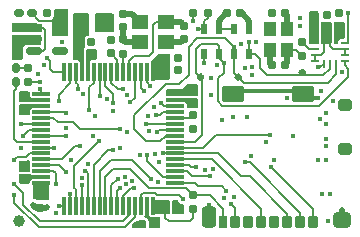
<source format=gbr>
%TF.GenerationSoftware,KiCad,Pcbnew,8.0.0*%
%TF.CreationDate,2024-09-22T12:37:06-04:00*%
%TF.ProjectId,MainBoard,4d61696e-426f-4617-9264-2e6b69636164,rev?*%
%TF.SameCoordinates,Original*%
%TF.FileFunction,Copper,L1,Top*%
%TF.FilePolarity,Positive*%
%FSLAX46Y46*%
G04 Gerber Fmt 4.6, Leading zero omitted, Abs format (unit mm)*
G04 Created by KiCad (PCBNEW 8.0.0) date 2024-09-22 12:37:06*
%MOMM*%
%LPD*%
G01*
G04 APERTURE LIST*
G04 Aperture macros list*
%AMRoundRect*
0 Rectangle with rounded corners*
0 $1 Rounding radius*
0 $2 $3 $4 $5 $6 $7 $8 $9 X,Y pos of 4 corners*
0 Add a 4 corners polygon primitive as box body*
4,1,4,$2,$3,$4,$5,$6,$7,$8,$9,$2,$3,0*
0 Add four circle primitives for the rounded corners*
1,1,$1+$1,$2,$3*
1,1,$1+$1,$4,$5*
1,1,$1+$1,$6,$7*
1,1,$1+$1,$8,$9*
0 Add four rect primitives between the rounded corners*
20,1,$1+$1,$2,$3,$4,$5,0*
20,1,$1+$1,$4,$5,$6,$7,0*
20,1,$1+$1,$6,$7,$8,$9,0*
20,1,$1+$1,$8,$9,$2,$3,0*%
G04 Aperture macros list end*
%TA.AperFunction,Conductor*%
%ADD10C,0.350000*%
%TD*%
%TA.AperFunction,SMDPad,CuDef*%
%ADD11RoundRect,0.155000X0.212500X0.155000X-0.212500X0.155000X-0.212500X-0.155000X0.212500X-0.155000X0*%
%TD*%
%TA.AperFunction,SMDPad,CuDef*%
%ADD12RoundRect,0.160000X0.160000X-0.197500X0.160000X0.197500X-0.160000X0.197500X-0.160000X-0.197500X0*%
%TD*%
%TA.AperFunction,SMDPad,CuDef*%
%ADD13RoundRect,0.160000X-0.222500X-0.160000X0.222500X-0.160000X0.222500X0.160000X-0.222500X0.160000X0*%
%TD*%
%TA.AperFunction,SMDPad,CuDef*%
%ADD14RoundRect,0.155000X-0.155000X0.212500X-0.155000X-0.212500X0.155000X-0.212500X0.155000X0.212500X0*%
%TD*%
%TA.AperFunction,SMDPad,CuDef*%
%ADD15RoundRect,0.160000X-0.160000X0.222500X-0.160000X-0.222500X0.160000X-0.222500X0.160000X0.222500X0*%
%TD*%
%TA.AperFunction,SMDPad,CuDef*%
%ADD16R,1.000000X1.150000*%
%TD*%
%TA.AperFunction,SMDPad,CuDef*%
%ADD17RoundRect,0.155000X0.155000X-0.212500X0.155000X0.212500X-0.155000X0.212500X-0.155000X-0.212500X0*%
%TD*%
%TA.AperFunction,SMDPad,CuDef*%
%ADD18R,0.550000X0.950000*%
%TD*%
%TA.AperFunction,SMDPad,CuDef*%
%ADD19RoundRect,0.155000X-0.212500X-0.155000X0.212500X-0.155000X0.212500X0.155000X-0.212500X0.155000X0*%
%TD*%
%TA.AperFunction,ComponentPad*%
%ADD20C,1.000000*%
%TD*%
%TA.AperFunction,SMDPad,CuDef*%
%ADD21R,0.675000X0.250000*%
%TD*%
%TA.AperFunction,SMDPad,CuDef*%
%ADD22R,0.250000X0.675000*%
%TD*%
%TA.AperFunction,SMDPad,CuDef*%
%ADD23RoundRect,0.212500X0.212500X0.337500X-0.212500X0.337500X-0.212500X-0.337500X0.212500X-0.337500X0*%
%TD*%
%TA.AperFunction,SMDPad,CuDef*%
%ADD24RoundRect,0.187500X0.187500X0.362500X-0.187500X0.362500X-0.187500X-0.362500X0.187500X-0.362500X0*%
%TD*%
%TA.AperFunction,SMDPad,CuDef*%
%ADD25RoundRect,0.250000X0.350000X0.250000X-0.350000X0.250000X-0.350000X-0.250000X0.350000X-0.250000X0*%
%TD*%
%TA.AperFunction,SMDPad,CuDef*%
%ADD26RoundRect,0.400000X0.375000X0.275000X-0.375000X0.275000X-0.375000X-0.275000X0.375000X-0.275000X0*%
%TD*%
%TA.AperFunction,SMDPad,CuDef*%
%ADD27RoundRect,0.250000X0.700000X0.425000X-0.700000X0.425000X-0.700000X-0.425000X0.700000X-0.425000X0*%
%TD*%
%TA.AperFunction,SMDPad,CuDef*%
%ADD28RoundRect,0.250000X0.335000X0.650000X-0.335000X0.650000X-0.335000X-0.650000X0.335000X-0.650000X0*%
%TD*%
%TA.AperFunction,SMDPad,CuDef*%
%ADD29RoundRect,0.250000X-0.275000X-0.350000X0.275000X-0.350000X0.275000X0.350000X-0.275000X0.350000X0*%
%TD*%
%TA.AperFunction,SMDPad,CuDef*%
%ADD30RoundRect,0.160000X-0.197500X-0.160000X0.197500X-0.160000X0.197500X0.160000X-0.197500X0.160000X0*%
%TD*%
%TA.AperFunction,SMDPad,CuDef*%
%ADD31RoundRect,0.150000X-0.512500X-0.150000X0.512500X-0.150000X0.512500X0.150000X-0.512500X0.150000X0*%
%TD*%
%TA.AperFunction,SMDPad,CuDef*%
%ADD32RoundRect,0.160000X-0.160000X0.197500X-0.160000X-0.197500X0.160000X-0.197500X0.160000X0.197500X0*%
%TD*%
%TA.AperFunction,SMDPad,CuDef*%
%ADD33R,1.400000X1.200000*%
%TD*%
%TA.AperFunction,SMDPad,CuDef*%
%ADD34RoundRect,0.075000X-0.075000X0.700000X-0.075000X-0.700000X0.075000X-0.700000X0.075000X0.700000X0*%
%TD*%
%TA.AperFunction,SMDPad,CuDef*%
%ADD35RoundRect,0.075000X-0.700000X0.075000X-0.700000X-0.075000X0.700000X-0.075000X0.700000X0.075000X0*%
%TD*%
%TA.AperFunction,ViaPad*%
%ADD36C,0.450000*%
%TD*%
%TA.AperFunction,Conductor*%
%ADD37C,0.500000*%
%TD*%
%TA.AperFunction,Conductor*%
%ADD38C,0.156500*%
%TD*%
%TA.AperFunction,Conductor*%
%ADD39C,0.300000*%
%TD*%
%TA.AperFunction,Conductor*%
%ADD40C,0.200000*%
%TD*%
G04 APERTURE END LIST*
%TO.N,/IMU_BARO/SCK*%
D10*
X110175000Y-79000000D02*
G75*
G02*
X109825000Y-79000000I-175000J0D01*
G01*
X109825000Y-79000000D02*
G75*
G02*
X110175000Y-79000000I175000J0D01*
G01*
%TO.N,/IMU_BARO/MOSI*%
X104775000Y-79400000D02*
G75*
G02*
X104425000Y-79400000I-175000J0D01*
G01*
X104425000Y-79400000D02*
G75*
G02*
X104775000Y-79400000I175000J0D01*
G01*
%TO.N,/IMU_BARO/MISO*%
X101575000Y-79400000D02*
G75*
G02*
X101225000Y-79400000I-175000J0D01*
G01*
X101225000Y-79400000D02*
G75*
G02*
X101575000Y-79400000I175000J0D01*
G01*
%TD*%
D11*
%TO.P,C15,1*%
%TO.N,Net-(U2-VCAP_2)*%
X97567500Y-91800000D03*
%TO.P,C15,2*%
%TO.N,GND*%
X96432500Y-91800000D03*
%TD*%
D12*
%TO.P,R9,1*%
%TO.N,+3V3*%
X100800000Y-90597500D03*
%TO.P,R9,2*%
%TO.N,/MCU/SDIO_D1*%
X100800000Y-89402500D03*
%TD*%
D13*
%TO.P,D1,1,K*%
%TO.N,Net-(D1-K)*%
X86000000Y-74000000D03*
%TO.P,D1,2,A*%
%TO.N,+3V3*%
X87145002Y-74000000D03*
%TD*%
D14*
%TO.P,C16,1*%
%TO.N,+3V3*%
X87800000Y-89332500D03*
%TO.P,C16,2*%
%TO.N,GND*%
X87800000Y-90467500D03*
%TD*%
D15*
%TO.P,D2,1,K*%
%TO.N,Net-(D2-K)*%
X85800000Y-78627499D03*
%TO.P,D2,2,A*%
%TO.N,Net-(D2-A)*%
X85800000Y-79772501D03*
%TD*%
D16*
%TO.P,U6,1,Tri-State*%
%TO.N,unconnected-(U6-Tri-State-Pad1)*%
X107300000Y-75325000D03*
%TO.P,U6,2,GND*%
%TO.N,GND*%
X107300000Y-77075000D03*
%TO.P,U6,3,OUT*%
%TO.N,Net-(U6-OUT)*%
X108700000Y-77075000D03*
%TO.P,U6,4,VDD*%
%TO.N,+3V3*%
X108700000Y-75325000D03*
%TD*%
D17*
%TO.P,C12,1*%
%TO.N,Net-(C12-Pad1)*%
X94800000Y-75167500D03*
%TO.P,C12,2*%
%TO.N,GND*%
X94800000Y-74032500D03*
%TD*%
D18*
%TO.P,U4,1,VDD*%
%TO.N,+3V3*%
X105475000Y-75325000D03*
%TO.P,U4,2,PS*%
%TO.N,GND*%
X104225000Y-75325000D03*
%TO.P,U4,3,GND*%
X102975000Y-75325000D03*
%TO.P,U4,4,CSB*%
%TO.N,/IMU_BARO/BARO_CS*%
X101725000Y-75325000D03*
%TO.P,U4,5,CSB*%
X101725000Y-77475000D03*
%TO.P,U4,6,SDO*%
%TO.N,/IMU_BARO/MISO*%
X102975000Y-77475000D03*
%TO.P,U4,7,SDI/SDA*%
%TO.N,/IMU_BARO/MOSI*%
X104225000Y-77475000D03*
%TO.P,U4,8,SCLK*%
%TO.N,/IMU_BARO/SCK*%
X105475000Y-77475000D03*
%TD*%
D19*
%TO.P,C5,1*%
%TO.N,+3V3*%
X110970000Y-74100000D03*
%TO.P,C5,2*%
%TO.N,GND*%
X112105000Y-74100000D03*
%TD*%
D20*
%TO.P,TP1,1,1*%
%TO.N,GND*%
X86000000Y-91600000D03*
%TD*%
D21*
%TO.P,U3,1,SDO/AD0*%
%TO.N,/IMU_BARO/MISO*%
X113600000Y-78000000D03*
%TO.P,U3,2,RESV*%
%TO.N,GND*%
X113600000Y-77500000D03*
%TO.P,U3,3,RESV*%
X113600000Y-77000000D03*
%TO.P,U3,4,INT1/INT*%
%TO.N,unconnected-(U3-INT1{slash}INT-Pad4)*%
X113600000Y-76500000D03*
D22*
%TO.P,U3,5,VDDIO*%
%TO.N,+3V3*%
X112837500Y-76237500D03*
%TO.P,U3,6,GND*%
%TO.N,GND*%
X112337500Y-76237499D03*
%TO.P,U3,7,RESV*%
X111837500Y-76237500D03*
D21*
%TO.P,U3,8,VDD*%
%TO.N,+3V3*%
X111075000Y-76500000D03*
%TO.P,U3,9,INT2/FSYNC/CLKIN*%
%TO.N,Net-(U3-INT2{slash}FSYNC{slash}CLKIN)*%
X111075000Y-77000000D03*
%TO.P,U3,10,RESV*%
%TO.N,GND*%
X111075000Y-77500000D03*
%TO.P,U3,11,RESV*%
X111075000Y-78000000D03*
D22*
%TO.P,U3,12,CS*%
%TO.N,/IMU_BARO/IMU_CS*%
X111837500Y-78262500D03*
%TO.P,U3,13,SCL/SCLK*%
%TO.N,/IMU_BARO/SCK*%
X112337500Y-78262501D03*
%TO.P,U3,14,SDA/SDIO/SDI*%
%TO.N,/IMU_BARO/MOSI*%
X112837500Y-78262500D03*
%TD*%
D23*
%TO.P,J1,1,DAT2*%
%TO.N,/MCU/SDIO_D2*%
X110960000Y-91625000D03*
%TO.P,J1,2,DAT3/CD*%
%TO.N,/MCU/SDIO_D3*%
X109860000Y-91625000D03*
%TO.P,J1,3,CMD*%
%TO.N,/MCU/SDIO_CMD*%
X108760000Y-91625000D03*
%TO.P,J1,4,VDD*%
%TO.N,+3V3*%
X107660000Y-91625000D03*
%TO.P,J1,5,CLK*%
%TO.N,/MCU/SDIO_CK*%
X106560000Y-91625000D03*
%TO.P,J1,6,VSS*%
%TO.N,GND*%
X105460000Y-91625000D03*
%TO.P,J1,7,DAT0*%
%TO.N,/MCU/SDIO_D0*%
X104360000Y-91625000D03*
D24*
%TO.P,J1,8,DAT1*%
%TO.N,/MCU/SDIO_D1*%
X103310000Y-91625000D03*
D25*
%TO.P,J1,9,DET_B*%
%TO.N,unconnected-(J1-DET_B-Pad9)*%
X113595000Y-85475000D03*
%TO.P,J1,10,DET_A*%
%TO.N,unconnected-(J1-DET_A-Pad10)*%
X113595000Y-81775000D03*
D26*
%TO.P,J1,11,SHIELD*%
%TO.N,GND*%
X113420000Y-91500000D03*
D27*
X110095000Y-80800000D03*
X104125000Y-80800000D03*
D28*
X102100000Y-91275000D03*
%TD*%
D29*
%TO.P,FB1,1*%
%TO.N,Net-(U2-VDDA)*%
X91250000Y-74800000D03*
%TO.P,FB1,2*%
%TO.N,+3V3*%
X93550000Y-74800000D03*
%TD*%
D11*
%TO.P,C6,1*%
%TO.N,+3V3*%
X89567500Y-74000000D03*
%TO.P,C6,2*%
%TO.N,GND*%
X88432500Y-74000000D03*
%TD*%
D12*
%TO.P,R3,1*%
%TO.N,/MCU/HSE_OUT*%
X94800000Y-77397500D03*
%TO.P,R3,2*%
%TO.N,Net-(C12-Pad1)*%
X94800000Y-76202500D03*
%TD*%
D17*
%TO.P,C24,1*%
%TO.N,+3V3*%
X113137500Y-75135000D03*
%TO.P,C24,2*%
%TO.N,GND*%
X113137500Y-74000000D03*
%TD*%
D14*
%TO.P,C17,1*%
%TO.N,+3V3*%
X100800000Y-80432500D03*
%TO.P,C17,2*%
%TO.N,GND*%
X100800000Y-81567500D03*
%TD*%
D11*
%TO.P,C23,1*%
%TO.N,+3V3*%
X104767500Y-74000000D03*
%TO.P,C23,2*%
%TO.N,GND*%
X103632500Y-74000000D03*
%TD*%
D30*
%TO.P,R12,1*%
%TO.N,+3V3*%
X100802500Y-74000000D03*
%TO.P,R12,2*%
%TO.N,/IMU_BARO/BARO_CS*%
X101997500Y-74000000D03*
%TD*%
D19*
%TO.P,C8,1*%
%TO.N,+3V3*%
X98332500Y-77800000D03*
%TO.P,C8,2*%
%TO.N,GND*%
X99467500Y-77800000D03*
%TD*%
D14*
%TO.P,C10,1*%
%TO.N,/MCU/HSE_IN*%
X100000000Y-75032500D03*
%TO.P,C10,2*%
%TO.N,GND*%
X100000000Y-76167500D03*
%TD*%
%TO.P,C3,1*%
%TO.N,+5V*%
X85800000Y-75232500D03*
%TO.P,C3,2*%
%TO.N,GND*%
X85800000Y-76367500D03*
%TD*%
D19*
%TO.P,C18,1*%
%TO.N,Net-(U2-VDDA)*%
X91032500Y-77432501D03*
%TO.P,C18,2*%
%TO.N,GND*%
X92167500Y-77432501D03*
%TD*%
D31*
%TO.P,U1,1,IN*%
%TO.N,+5V*%
X87262500Y-75250000D03*
%TO.P,U1,2,GND*%
%TO.N,GND*%
X87262500Y-76200000D03*
%TO.P,U1,3,EN*%
%TO.N,+5V*%
X87262500Y-77150000D03*
%TO.P,U1,4,NC*%
%TO.N,unconnected-(U1-NC-Pad4)*%
X89537500Y-77150000D03*
%TO.P,U1,5,OUT*%
%TO.N,+3V3*%
X89537500Y-75250000D03*
%TD*%
D32*
%TO.P,R1,1*%
%TO.N,/Connectors/BOOT0*%
X100800000Y-82602500D03*
%TO.P,R1,2*%
%TO.N,GND*%
X100800000Y-83797500D03*
%TD*%
D33*
%TO.P,Y1,1,1*%
%TO.N,/MCU/HSE_IN*%
X98500000Y-74750000D03*
%TO.P,Y1,2,2*%
%TO.N,GND*%
X96300000Y-74750000D03*
%TO.P,Y1,3,3*%
%TO.N,Net-(C12-Pad1)*%
X96300000Y-76450000D03*
%TO.P,Y1,4,4*%
%TO.N,GND*%
X98500000Y-76450000D03*
%TD*%
D17*
%TO.P,C13,1*%
%TO.N,Net-(U2-VCAP_1)*%
X86400000Y-87967500D03*
%TO.P,C13,2*%
%TO.N,GND*%
X86400000Y-86832500D03*
%TD*%
D11*
%TO.P,C20,1*%
%TO.N,+3V3*%
X108567500Y-74000000D03*
%TO.P,C20,2*%
%TO.N,GND*%
X107432500Y-74000000D03*
%TD*%
D19*
%TO.P,C11,1*%
%TO.N,+3V3*%
X98432500Y-90567500D03*
%TO.P,C11,2*%
%TO.N,GND*%
X99567500Y-90567500D03*
%TD*%
%TO.P,C19,1*%
%TO.N,Net-(U2-VDDA)*%
X91032500Y-76400000D03*
%TO.P,C19,2*%
%TO.N,GND*%
X92167500Y-76400000D03*
%TD*%
D17*
%TO.P,C1,1*%
%TO.N,/Connectors/NRST*%
X93800000Y-77367500D03*
%TO.P,C1,2*%
%TO.N,GND*%
X93800000Y-76232500D03*
%TD*%
D32*
%TO.P,R4,1*%
%TO.N,Net-(D2-K)*%
X86800000Y-78602500D03*
%TO.P,R4,2*%
%TO.N,GND*%
X86800000Y-79797500D03*
%TD*%
D17*
%TO.P,C14,1*%
%TO.N,+3V3*%
X86400000Y-82167500D03*
%TO.P,C14,2*%
%TO.N,GND*%
X86400000Y-81032500D03*
%TD*%
D19*
%TO.P,C9,1*%
%TO.N,+3V3*%
X98332500Y-78800000D03*
%TO.P,C9,2*%
%TO.N,GND*%
X99467500Y-78800000D03*
%TD*%
D34*
%TO.P,U2,1,VBAT*%
%TO.N,+3V3*%
X97350000Y-78925000D03*
%TO.P,U2,2,PC13*%
%TO.N,/IMU_BARO/MAG_CS*%
X96850000Y-78925000D03*
%TO.P,U2,3,PC14*%
%TO.N,/IMU_BARO/BARO_CS*%
X96350000Y-78925000D03*
%TO.P,U2,4,PC15*%
%TO.N,/IMU_BARO/IMU_CS*%
X95850000Y-78925000D03*
%TO.P,U2,5,PH0*%
%TO.N,/MCU/HSE_IN*%
X95350000Y-78925000D03*
%TO.P,U2,6,PH1*%
%TO.N,/MCU/HSE_OUT*%
X94850000Y-78925000D03*
%TO.P,U2,7,NRST*%
%TO.N,/Connectors/NRST*%
X94350000Y-78925000D03*
%TO.P,U2,8,PC0*%
%TO.N,/Connectors/PC0*%
X93850000Y-78925000D03*
%TO.P,U2,9,PC1*%
%TO.N,/Connectors/PC1*%
X93350000Y-78925000D03*
%TO.P,U2,10,PC2*%
%TO.N,/Connectors/PC2*%
X92850000Y-78925000D03*
%TO.P,U2,11,PC3*%
%TO.N,/Connectors/PC3*%
X92350000Y-78925000D03*
%TO.P,U2,12,VSSA*%
%TO.N,GND*%
X91850000Y-78925000D03*
%TO.P,U2,13,VDDA*%
%TO.N,Net-(U2-VDDA)*%
X91350000Y-78925000D03*
%TO.P,U2,14,PA0*%
%TO.N,/Connectors/PA0*%
X90850000Y-78925000D03*
%TO.P,U2,15,PA1*%
%TO.N,/Connectors/PA1*%
X90350000Y-78925000D03*
%TO.P,U2,16,PA2*%
%TO.N,/Connectors/PA2*%
X89850000Y-78925000D03*
D35*
%TO.P,U2,17,PA3*%
%TO.N,/Connectors/PA3*%
X87925000Y-80850000D03*
%TO.P,U2,18,VSS*%
%TO.N,GND*%
X87925000Y-81350000D03*
%TO.P,U2,19,VDD*%
%TO.N,+3V3*%
X87925000Y-81850000D03*
%TO.P,U2,20,PA4*%
%TO.N,/Connectors/PA4*%
X87925000Y-82350000D03*
%TO.P,U2,21,PA5*%
%TO.N,/IMU_BARO/SCK*%
X87925000Y-82850000D03*
%TO.P,U2,22,PA6*%
%TO.N,/Connectors/PA6*%
X87925000Y-83350000D03*
%TO.P,U2,23,PA7*%
%TO.N,/Connectors/PA7*%
X87925000Y-83850000D03*
%TO.P,U2,24,PC4*%
%TO.N,/Connectors/PC4*%
X87925000Y-84350000D03*
%TO.P,U2,25,PC5*%
%TO.N,Net-(D2-A)*%
X87925000Y-84850000D03*
%TO.P,U2,26,PB0*%
%TO.N,/Connectors/PB0*%
X87925000Y-85350000D03*
%TO.P,U2,27,PB1*%
%TO.N,/Connectors/PB1*%
X87925000Y-85850000D03*
%TO.P,U2,28,PB2*%
%TO.N,/Connectors/PB2{slash}BOOT1*%
X87925000Y-86350000D03*
%TO.P,U2,29,PB10*%
%TO.N,/Connectors/PB10*%
X87925000Y-86850000D03*
%TO.P,U2,30,PB11*%
%TO.N,/Connectors/PB11*%
X87925000Y-87350000D03*
%TO.P,U2,31,VCAP_1*%
%TO.N,Net-(U2-VCAP_1)*%
X87925000Y-87850000D03*
%TO.P,U2,32,VDD*%
%TO.N,+3V3*%
X87925000Y-88350000D03*
D34*
%TO.P,U2,33,PB12*%
%TO.N,/Connectors/PB12*%
X89850000Y-90275000D03*
%TO.P,U2,34,PB13*%
%TO.N,/Connectors/PB13*%
X90350000Y-90275000D03*
%TO.P,U2,35,PB14*%
%TO.N,/Connectors/PB14*%
X90850000Y-90275000D03*
%TO.P,U2,36,PB15*%
%TO.N,/Connectors/PB15*%
X91350000Y-90275000D03*
%TO.P,U2,37,PC6*%
%TO.N,/Connectors/PC6*%
X91850000Y-90275000D03*
%TO.P,U2,38,PC7*%
%TO.N,/Connectors/PC7*%
X92350000Y-90275000D03*
%TO.P,U2,39,PC8*%
%TO.N,/MCU/SDIO_D0*%
X92850000Y-90275000D03*
%TO.P,U2,40,PC9*%
%TO.N,/MCU/SDIO_D1*%
X93350000Y-90275000D03*
%TO.P,U2,41,PA8*%
%TO.N,/Connectors/PA8*%
X93850000Y-90275000D03*
%TO.P,U2,42,PA9*%
%TO.N,/Connectors/PA9*%
X94350000Y-90275000D03*
%TO.P,U2,43,PA10*%
%TO.N,/Connectors/PA10*%
X94850000Y-90275000D03*
%TO.P,U2,44,PA11*%
%TO.N,/Connectors/USB_D-*%
X95350000Y-90275000D03*
%TO.P,U2,45,PA12*%
%TO.N,/Connectors/USB_D+*%
X95850000Y-90275000D03*
%TO.P,U2,46,PA13*%
%TO.N,/Connectors/SWDIO*%
X96350000Y-90275000D03*
%TO.P,U2,47,VCAP_2*%
%TO.N,Net-(U2-VCAP_2)*%
X96850000Y-90275000D03*
%TO.P,U2,48,VDD*%
%TO.N,+3V3*%
X97350000Y-90275000D03*
D35*
%TO.P,U2,49,PA14*%
%TO.N,/Connectors/SWCLK*%
X99275000Y-88350000D03*
%TO.P,U2,50,PA15*%
%TO.N,/Connectors/PA15*%
X99275000Y-87850000D03*
%TO.P,U2,51,PC10*%
%TO.N,/MCU/SDIO_D2*%
X99275000Y-87350000D03*
%TO.P,U2,52,PC11*%
%TO.N,/MCU/SDIO_D3*%
X99275000Y-86850000D03*
%TO.P,U2,53,PC12*%
%TO.N,/MCU/SDIO_CK*%
X99275000Y-86350000D03*
%TO.P,U2,54,PD2*%
%TO.N,/MCU/SDIO_CMD*%
X99275000Y-85850000D03*
%TO.P,U2,55,PB3*%
%TO.N,/Connectors/SWO*%
X99275000Y-85350000D03*
%TO.P,U2,56,PB4*%
%TO.N,/IMU_BARO/MISO*%
X99275000Y-84850000D03*
%TO.P,U2,57,PB5*%
%TO.N,/IMU_BARO/MOSI*%
X99275000Y-84350000D03*
%TO.P,U2,58,PB6*%
%TO.N,/Connectors/PB6*%
X99275000Y-83850000D03*
%TO.P,U2,59,PB7*%
%TO.N,/Connectors/PB7*%
X99275000Y-83350000D03*
%TO.P,U2,60,BOOT0*%
%TO.N,/Connectors/BOOT0*%
X99275000Y-82850000D03*
%TO.P,U2,61,PB8*%
%TO.N,/Connectors/PB8*%
X99275000Y-82350000D03*
%TO.P,U2,62,PB9*%
%TO.N,/Connectors/PB9*%
X99275000Y-81850000D03*
%TO.P,U2,63,VSS*%
%TO.N,GND*%
X99275000Y-81350000D03*
%TO.P,U2,64,VDD*%
%TO.N,+3V3*%
X99275000Y-80850000D03*
%TD*%
D32*
%TO.P,R14,1*%
%TO.N,Net-(U3-INT2{slash}FSYNC{slash}CLKIN)*%
X110000000Y-76402500D03*
%TO.P,R14,2*%
%TO.N,Net-(U6-OUT)*%
X110000000Y-77597500D03*
%TD*%
D19*
%TO.P,C22,1*%
%TO.N,+3V3*%
X110970000Y-75100000D03*
%TO.P,C22,2*%
%TO.N,GND*%
X112105000Y-75100000D03*
%TD*%
D11*
%TO.P,C21,1*%
%TO.N,Net-(U6-OUT)*%
X108567500Y-78400000D03*
%TO.P,C21,2*%
%TO.N,GND*%
X107432500Y-78400000D03*
%TD*%
D36*
%TO.N,GND*%
X93989084Y-82249380D03*
X91925000Y-77853135D03*
X108800000Y-80550000D03*
X85625000Y-77075002D03*
X89700000Y-76400000D03*
X92216759Y-77371642D03*
X103200000Y-83000000D03*
X91346750Y-87899997D03*
X101764206Y-87297024D03*
X102783353Y-78405549D03*
X86338402Y-81075002D03*
X112200000Y-75664038D03*
X89168602Y-90882419D03*
X112051286Y-85251284D03*
X97487124Y-81959873D03*
X100892577Y-81567500D03*
X112105000Y-74100000D03*
X86866966Y-81275000D03*
X92167500Y-76400000D03*
X100349946Y-81442243D03*
X92330284Y-84350700D03*
X104857886Y-76604140D03*
X95033925Y-87856326D03*
X113137500Y-74000000D03*
X107432500Y-74000000D03*
X105657286Y-86105819D03*
X97003549Y-83967311D03*
X100800000Y-83800000D03*
X95640682Y-88159423D03*
X96957918Y-82700047D03*
X95188331Y-80921250D03*
X96248758Y-85994617D03*
X95196019Y-84059353D03*
X113420000Y-90600000D03*
X111377404Y-81177404D03*
X88168791Y-78354958D03*
X99400000Y-76450000D03*
X99467500Y-77800000D03*
X86175000Y-77075002D03*
X92459621Y-82659621D03*
X86200003Y-77600000D03*
X93461391Y-81222160D03*
X90000000Y-83724998D03*
X86730913Y-87199969D03*
X112349890Y-89287899D03*
X99345000Y-90046038D03*
X87805549Y-79783353D03*
X113369947Y-78918350D03*
X95860819Y-91975000D03*
X102975000Y-74600000D03*
X111349997Y-86400000D03*
X104216647Y-89503250D03*
X102439522Y-87195738D03*
X85625000Y-77600000D03*
X87200000Y-90233032D03*
X107605549Y-86383353D03*
X97800000Y-88255852D03*
X95400000Y-74032500D03*
X91855109Y-86706991D03*
X105797685Y-78521526D03*
X112582517Y-81395589D03*
X107294148Y-77794148D03*
X103394451Y-89616647D03*
X102300000Y-79500000D03*
X105330852Y-82780852D03*
X95130032Y-88423743D03*
X94616647Y-85394451D03*
X112105000Y-75100000D03*
X105441938Y-91618500D03*
X93800000Y-76232500D03*
X111540379Y-82940379D03*
X88367500Y-90400000D03*
X91459621Y-80859621D03*
X99467500Y-78800000D03*
X90400000Y-86400000D03*
X106125003Y-76400000D03*
X102100000Y-90200000D03*
X88400000Y-74000000D03*
X106965577Y-84857372D03*
X97538678Y-85906007D03*
X109800000Y-74400000D03*
%TO.N,+5V*%
X85800000Y-75232500D03*
X87600000Y-75250000D03*
X86400000Y-75250000D03*
X87024997Y-75250000D03*
%TO.N,+3V3*%
X87825002Y-89400000D03*
X89200000Y-75250000D03*
X98332500Y-78800000D03*
X105150000Y-78600000D03*
X105475000Y-74600000D03*
X100200000Y-80600000D03*
X97800000Y-79200000D03*
X107660000Y-91618500D03*
X108700000Y-74500000D03*
X113137500Y-75135000D03*
X100800000Y-74600000D03*
X111000000Y-75800000D03*
X97800000Y-78400000D03*
X92800000Y-74400000D03*
X97885504Y-86600000D03*
X89200000Y-74600000D03*
X104150000Y-82800000D03*
X113192630Y-75800000D03*
X86400000Y-82167500D03*
X98000000Y-90032500D03*
X89800000Y-74600000D03*
X98332500Y-77800000D03*
X88000000Y-88800000D03*
X92800000Y-75200000D03*
X93550000Y-74800000D03*
X111000000Y-74600000D03*
X89800000Y-75250000D03*
X100800000Y-80432500D03*
X112195000Y-91600000D03*
%TO.N,Net-(D1-K)*%
X86000000Y-74000000D03*
%TO.N,/IMU_BARO/BARO_CS*%
X101200000Y-75325000D03*
X101725000Y-78200000D03*
X96600000Y-80600000D03*
%TO.N,/Connectors/USB_D-*%
X85625000Y-88400000D03*
%TO.N,/Connectors/USB_D+*%
X85625000Y-89400000D03*
%TO.N,/IMU_BARO/MOSI*%
X104225000Y-76800000D03*
%TO.N,/IMU_BARO/IMU_CS*%
X95451172Y-81515740D03*
X111362501Y-78550002D03*
%TO.N,/IMU_BARO/SCK*%
X105475000Y-76400000D03*
X94600000Y-83800000D03*
%TO.N,/IMU_BARO/MISO*%
X103400000Y-78200000D03*
%TO.N,/MCU/SDIO_D3*%
X105193500Y-86606500D03*
X101000000Y-87000000D03*
%TO.N,/MCU/SDIO_D2*%
X102200000Y-87800000D03*
X107400000Y-87000000D03*
X110960000Y-91625000D03*
%TO.N,/MCU/SDIO_CMD*%
X98186315Y-85850602D03*
%TO.N,/MCU/SDIO_D0*%
X97200000Y-88000000D03*
X103988080Y-90132738D03*
%TO.N,/Connectors/PB11*%
X89124740Y-88447253D03*
%TO.N,/Connectors/PB10*%
X90000000Y-87400000D03*
%TO.N,/Connectors/PB2{slash}BOOT1*%
X112000000Y-82400000D03*
X91200000Y-85200000D03*
%TO.N,/Connectors/PB1*%
X85625000Y-86400000D03*
%TO.N,/Connectors/PB0*%
X89000000Y-85400000D03*
%TO.N,/Connectors/PC4*%
X90000000Y-84400000D03*
%TO.N,/Connectors/PA7*%
X86349749Y-84346750D03*
%TO.N,/Connectors/PA6*%
X86200000Y-83400000D03*
%TO.N,/Connectors/PA4*%
X90000000Y-82400000D03*
%TO.N,/Connectors/PA1*%
X89400000Y-81400000D03*
%TO.N,/Connectors/PA3*%
X87799700Y-80433330D03*
%TO.N,/Connectors/PA2*%
X88383243Y-77741351D03*
%TO.N,/Connectors/PA0*%
X91000000Y-80400000D03*
%TO.N,/Connectors/PC3*%
X92000000Y-82200000D03*
X86200000Y-85400000D03*
%TO.N,/Connectors/PC2*%
X92850000Y-81001470D03*
%TO.N,/Connectors/PC1*%
X87637631Y-79151088D03*
X94017509Y-81600000D03*
%TO.N,/Connectors/NRST*%
X93800000Y-77367500D03*
%TO.N,/Connectors/PC0*%
X94800000Y-80400000D03*
%TO.N,/Connectors/PB9*%
X98023659Y-81583230D03*
%TO.N,/Connectors/PB8*%
X97600000Y-82600000D03*
X105800011Y-79171524D03*
%TO.N,/Connectors/PB7*%
X109800000Y-75050003D03*
X96800000Y-83350001D03*
%TO.N,/Connectors/PB6*%
X97692272Y-84054232D03*
X108718143Y-81194828D03*
%TO.N,/Connectors/SWO*%
X107300000Y-84300000D03*
%TO.N,/Connectors/PA15*%
X96898350Y-86017737D03*
%TO.N,/Connectors/SWCLK*%
X112000000Y-83400000D03*
X103600000Y-89000000D03*
%TO.N,/Connectors/SWDIO*%
X99904133Y-89714567D03*
X109200000Y-84400000D03*
%TO.N,/Connectors/PA10*%
X111990867Y-84600000D03*
X95800000Y-88800000D03*
%TO.N,/Connectors/PA9*%
X94600000Y-88800000D03*
X112000000Y-86400000D03*
%TO.N,/Connectors/BOOT0*%
X100800000Y-82602500D03*
%TO.N,/Connectors/PA8*%
X94400000Y-88000000D03*
X111700000Y-89300000D03*
%TO.N,/Connectors/PC7*%
X94000000Y-85600000D03*
%TO.N,/Connectors/PC6*%
X91640453Y-87320133D03*
%TO.N,/Connectors/PB15*%
X91346750Y-88550000D03*
%TO.N,/Connectors/PB14*%
X92800000Y-84800000D03*
X111611215Y-80570909D03*
%TO.N,/Connectors/PB13*%
X90346750Y-89294692D03*
%TO.N,/Connectors/PB12*%
X89400000Y-90275000D03*
%TO.N,/IMU_BARO/MAG_CS*%
X97124122Y-80102877D03*
X102296875Y-80906375D03*
%TO.N,unconnected-(U3-INT1{slash}INT-Pad4)*%
X113872500Y-74002886D03*
%TD*%
D37*
%TO.N,GND*%
X103575000Y-74000000D02*
X103632500Y-74000000D01*
D38*
X112337500Y-76237499D02*
X112337500Y-76756500D01*
X102975000Y-75325000D02*
X104225000Y-75325000D01*
D37*
X102975000Y-74600000D02*
X103575000Y-74000000D01*
X113420000Y-90600000D02*
X113420000Y-91500000D01*
X87434468Y-90467500D02*
X87800000Y-90467500D01*
X107300000Y-78267500D02*
X107432500Y-78400000D01*
D38*
X87805549Y-79783353D02*
X87791402Y-79797500D01*
D39*
X110472404Y-81177404D02*
X110095000Y-80800000D01*
D38*
X111837500Y-76237500D02*
X111837500Y-77256500D01*
D37*
X94800000Y-74032500D02*
X95400000Y-74032500D01*
D40*
X92167500Y-77432501D02*
X92167500Y-77420901D01*
D39*
X91850000Y-77928135D02*
X91850000Y-78925000D01*
X109920000Y-80550000D02*
X110170000Y-80800000D01*
D37*
X87200000Y-90233032D02*
X87434468Y-90467500D01*
D38*
X87791402Y-79797500D02*
X86800000Y-79797500D01*
D39*
X86866966Y-81275000D02*
X86941966Y-81350000D01*
D37*
X102975000Y-75325000D02*
X102975000Y-74600000D01*
X87800000Y-90467500D02*
X88300000Y-90467500D01*
D40*
X86400000Y-81032500D02*
X86380904Y-81032500D01*
D37*
X107300000Y-77075000D02*
X107300000Y-78267500D01*
X95400000Y-74032500D02*
X95582500Y-74032500D01*
D38*
X111075000Y-78000000D02*
X111075000Y-77500000D01*
D40*
X92167500Y-77420901D02*
X92216759Y-77371642D01*
D39*
X108800000Y-80550000D02*
X109920000Y-80550000D01*
D38*
X111594000Y-77500000D02*
X111075000Y-77500000D01*
X99367500Y-78800000D02*
X99467500Y-78800000D01*
D40*
X100800000Y-81567500D02*
X100892577Y-81567500D01*
D38*
X111837500Y-77256500D02*
X111594000Y-77500000D01*
X113600000Y-77000000D02*
X113600000Y-77500000D01*
D37*
X99717500Y-76450000D02*
X100000000Y-76167500D01*
D39*
X104450000Y-80550000D02*
X104200000Y-80800000D01*
X111377404Y-81177404D02*
X110472404Y-81177404D01*
X108800000Y-80550000D02*
X104450000Y-80550000D01*
X102100000Y-90200000D02*
X102100000Y-91275000D01*
D37*
X95582500Y-74032500D02*
X96300000Y-74750000D01*
D39*
X91925000Y-77853135D02*
X91850000Y-77928135D01*
D38*
X112581000Y-77000000D02*
X113600000Y-77000000D01*
D40*
X86380904Y-81032500D02*
X86338402Y-81075002D01*
D37*
X98500000Y-76450000D02*
X99717500Y-76450000D01*
X88300000Y-90467500D02*
X88367500Y-90400000D01*
D39*
X86941966Y-81350000D02*
X87925000Y-81350000D01*
D38*
X112337500Y-76756500D02*
X112581000Y-77000000D01*
D40*
%TO.N,+5V*%
X88225000Y-75425000D02*
X88225000Y-76975000D01*
X88050000Y-77150000D02*
X87253126Y-77150000D01*
X88050000Y-75250000D02*
X88225000Y-75425000D01*
X88225000Y-76975000D02*
X88050000Y-77150000D01*
X87600000Y-75250000D02*
X88050000Y-75250000D01*
D38*
X87024997Y-75250000D02*
X87262500Y-75250000D01*
X87262500Y-75250000D02*
X87600000Y-75250000D01*
D40*
X87253126Y-77150000D02*
X87200000Y-77203126D01*
D37*
X85752500Y-75270626D02*
X85752500Y-75270628D01*
D38*
%TO.N,+3V3*%
X87800000Y-89332500D02*
X87800000Y-89374998D01*
X100800000Y-90597500D02*
X100800000Y-91300000D01*
D37*
X89514999Y-74020001D02*
X89535000Y-73999999D01*
X105475000Y-74600000D02*
X104875000Y-74000000D01*
D39*
X113137500Y-75017500D02*
X113137500Y-75017500D01*
D37*
X108700000Y-74500000D02*
X108700000Y-75325000D01*
D38*
X100800000Y-91300000D02*
X100500000Y-91600000D01*
D37*
X105475000Y-74600000D02*
X105475000Y-75325000D01*
X104875000Y-74000000D02*
X104767500Y-74000000D01*
D38*
X89200000Y-74600000D02*
X87745002Y-74600000D01*
D37*
X108700000Y-74132500D02*
X108567500Y-74000000D01*
D39*
X86717500Y-81850000D02*
X86400000Y-82167500D01*
D37*
X108700000Y-74500000D02*
X108700000Y-74132500D01*
D38*
X87800000Y-89374998D02*
X87825002Y-89400000D01*
X98750000Y-91600000D02*
X98432500Y-91282500D01*
X100800000Y-74002500D02*
X100802500Y-74000000D01*
X100500000Y-91600000D02*
X98750000Y-91600000D01*
X100800000Y-74600000D02*
X100800000Y-74002500D01*
X87745002Y-74600000D02*
X87145002Y-74000000D01*
X98432500Y-91282500D02*
X98432500Y-90567500D01*
D39*
X87925000Y-81850000D02*
X86717500Y-81850000D01*
D38*
%TO.N,/MCU/HSE_IN*%
X95350000Y-78050000D02*
X95800000Y-77600000D01*
X95350000Y-78925000D02*
X95350000Y-78050000D01*
X95800000Y-77600000D02*
X97050000Y-77600000D01*
X97650000Y-74750000D02*
X98500000Y-74750000D01*
X97050000Y-77600000D02*
X97400000Y-77250000D01*
X97400000Y-75000000D02*
X97650000Y-74750000D01*
X97400000Y-77250000D02*
X97400000Y-75000000D01*
D37*
X98500000Y-74750000D02*
X99717500Y-74750000D01*
X99717500Y-74750000D02*
X100000000Y-75032500D01*
%TO.N,Net-(C12-Pad1)*%
X96300000Y-76450000D02*
X95047500Y-76450000D01*
X94800000Y-75167500D02*
X94800000Y-76202500D01*
X95047500Y-76450000D02*
X94800000Y-76202500D01*
D39*
%TO.N,Net-(U2-VCAP_1)*%
X87925000Y-87850000D02*
X86517500Y-87850000D01*
X86517500Y-87850000D02*
X86400000Y-87967500D01*
D40*
X86400000Y-87967500D02*
X86400000Y-87767500D01*
%TO.N,Net-(U2-VCAP_2)*%
X96850000Y-90275000D02*
X96850000Y-91082500D01*
X96850000Y-91082500D02*
X97567500Y-91800000D01*
%TO.N,Net-(U2-VDDA)*%
X91232500Y-77432501D02*
X91032500Y-77432501D01*
D39*
X91350000Y-77750001D02*
X91350000Y-78925000D01*
X91032500Y-77432501D02*
X91350000Y-77750001D01*
D38*
%TO.N,Net-(D2-A)*%
X85600000Y-84600000D02*
X85600000Y-80600000D01*
X85600000Y-80600000D02*
X85800000Y-80400000D01*
X85800000Y-80400000D02*
X85800000Y-79772501D01*
X87925000Y-84850000D02*
X85850000Y-84850000D01*
X85850000Y-84850000D02*
X85600000Y-84600000D01*
%TO.N,/MCU/HSE_OUT*%
X94850000Y-78925000D02*
X94850000Y-77447500D01*
X94850000Y-77447500D02*
X94800000Y-77397500D01*
%TO.N,/IMU_BARO/BARO_CS*%
X101725000Y-75325000D02*
X101725000Y-74675000D01*
X101725000Y-74675000D02*
X102000000Y-74400000D01*
X101725000Y-75325000D02*
X101200000Y-75325000D01*
X96600000Y-80600000D02*
X96350000Y-80350000D01*
X101725000Y-77475000D02*
X101725000Y-78200000D01*
X102000000Y-74002500D02*
X101997500Y-74000000D01*
X102000000Y-74400000D02*
X102000000Y-74002500D01*
X96350000Y-80350000D02*
X96350000Y-78925000D01*
%TO.N,/Connectors/USB_D-*%
X95071750Y-91328250D02*
X94800000Y-91600000D01*
X95350000Y-90275000D02*
X95350000Y-91051650D01*
X86400000Y-90200000D02*
X86400000Y-89175000D01*
X95350000Y-91051650D02*
X95073400Y-91328250D01*
X94800000Y-91600000D02*
X87800000Y-91600000D01*
X95073400Y-91328250D02*
X95071750Y-91328250D01*
X86400000Y-89175000D02*
X85625000Y-88400000D01*
X87800000Y-91600000D02*
X86400000Y-90200000D01*
%TO.N,/Connectors/USB_D+*%
X95850000Y-91254168D02*
X95850000Y-90275000D01*
X87700000Y-92100000D02*
X95004168Y-92100000D01*
X85625000Y-89400000D02*
X85625000Y-90025000D01*
X95004168Y-92100000D02*
X95850000Y-91254168D01*
X85625000Y-90025000D02*
X87700000Y-92100000D01*
%TO.N,/IMU_BARO/MOSI*%
X95800000Y-82638153D02*
X95800000Y-83800000D01*
X104225000Y-76800000D02*
X104225000Y-79025000D01*
X103503250Y-76078250D02*
X101121750Y-76078250D01*
X98000000Y-84800000D02*
X98450000Y-84350000D01*
X96800000Y-84800000D02*
X98000000Y-84800000D01*
X104225000Y-76800000D02*
X103503250Y-76078250D01*
X98450000Y-84350000D02*
X99275000Y-84350000D01*
X101121750Y-76078250D02*
X100400000Y-76800000D01*
X100400000Y-76800000D02*
X100400000Y-79200000D01*
X105046750Y-79846750D02*
X112153250Y-79846750D01*
X95800000Y-83800000D02*
X96800000Y-84800000D01*
X98438153Y-80000000D02*
X95800000Y-82638153D01*
X112837500Y-79162500D02*
X112837500Y-78262500D01*
X99600000Y-80000000D02*
X98438153Y-80000000D01*
X112153250Y-79846750D02*
X112837500Y-79162500D01*
X100400000Y-79200000D02*
X99600000Y-80000000D01*
X104225000Y-79025000D02*
X105046750Y-79846750D01*
%TO.N,/IMU_BARO/IMU_CS*%
X111549998Y-78550002D02*
X111837500Y-78262500D01*
X95451172Y-81515740D02*
X95850000Y-81116912D01*
X95850000Y-81116912D02*
X95850000Y-78925000D01*
X111362501Y-78550002D02*
X111549998Y-78550002D01*
%TO.N,/IMU_BARO/SCK*%
X89300000Y-83200000D02*
X88950000Y-82850000D01*
X94600000Y-83800000D02*
X91200000Y-83800000D01*
X105475000Y-76400000D02*
X105475000Y-77475000D01*
X107000000Y-79200000D02*
X106400000Y-78600000D01*
X90600000Y-83200000D02*
X89300000Y-83200000D01*
X112337500Y-78662500D02*
X111800000Y-79200000D01*
X106035875Y-77475000D02*
X105475000Y-77475000D01*
X106400000Y-77839125D02*
X106035875Y-77475000D01*
X112337500Y-78262501D02*
X112337500Y-78662500D01*
X111800000Y-79200000D02*
X107000000Y-79200000D01*
X106400000Y-78600000D02*
X106400000Y-77839125D01*
X88950000Y-82850000D02*
X87925000Y-82850000D01*
X91200000Y-83800000D02*
X90600000Y-83200000D01*
%TO.N,/IMU_BARO/MISO*%
X111466513Y-81800000D02*
X113873197Y-79393316D01*
X99275000Y-84850000D02*
X100950000Y-84850000D01*
X101000000Y-79000000D02*
X101000000Y-77000000D01*
X103246014Y-81800000D02*
X111466513Y-81800000D01*
X100950000Y-84850000D02*
X101546750Y-84253250D01*
X101000000Y-77000000D02*
X101400000Y-76600000D01*
X102896750Y-79503250D02*
X102896750Y-81450736D01*
X102800000Y-76600000D02*
X102975000Y-76775000D01*
X103400000Y-78200000D02*
X103400000Y-79000000D01*
X102975000Y-77775000D02*
X102975000Y-77475000D01*
X102896750Y-81450736D02*
X103246014Y-81800000D01*
X102975000Y-76775000D02*
X102975000Y-77475000D01*
X101400000Y-76600000D02*
X102800000Y-76600000D01*
X113873197Y-78673197D02*
X113600000Y-78400000D01*
X101546750Y-84253250D02*
X101546750Y-79546750D01*
X101546750Y-79546750D02*
X101000000Y-79000000D01*
X103400000Y-79000000D02*
X102896750Y-79503250D01*
X103400000Y-78200000D02*
X102975000Y-77775000D01*
X113600000Y-78400000D02*
X113600000Y-78000000D01*
X113873197Y-79393316D02*
X113873197Y-78673197D01*
%TO.N,/MCU/SDIO_D3*%
X101000000Y-87000000D02*
X100600000Y-87000000D01*
X100450000Y-86850000D02*
X99275000Y-86850000D01*
X100600000Y-87000000D02*
X100450000Y-86850000D01*
X105193500Y-86606500D02*
X105606500Y-86606500D01*
X105606500Y-86606500D02*
X109860000Y-90860000D01*
X109860000Y-90860000D02*
X109860000Y-91625000D01*
%TO.N,/MCU/SDIO_D2*%
X100250000Y-87350000D02*
X99275000Y-87350000D01*
X100700000Y-87800000D02*
X100250000Y-87350000D01*
X102200000Y-87800000D02*
X100700000Y-87800000D01*
X107400000Y-87005000D02*
X107400000Y-87000000D01*
X110960000Y-91625000D02*
X110960000Y-90565000D01*
X110960000Y-90565000D02*
X107400000Y-87005000D01*
%TO.N,/MCU/SDIO_CK*%
X99275000Y-86350000D02*
X102350000Y-86350000D01*
X106560000Y-90560000D02*
X106560000Y-91625000D01*
X102350000Y-86350000D02*
X106560000Y-90560000D01*
D40*
%TO.N,/MCU/SDIO_CMD*%
X98186315Y-85850602D02*
X98186917Y-85850000D01*
D38*
X104800000Y-87800000D02*
X102849999Y-85849999D01*
X102849999Y-85849999D02*
X99275000Y-85849999D01*
X108760000Y-90960000D02*
X105600000Y-87800000D01*
X105600000Y-87800000D02*
X104800000Y-87800000D01*
D40*
X98186917Y-85850000D02*
X99275000Y-85850000D01*
D38*
X108760000Y-91625000D02*
X108760000Y-90960000D01*
%TO.N,/MCU/SDIO_D0*%
X93800000Y-86400000D02*
X92850000Y-87350000D01*
X95600000Y-86400000D02*
X93800000Y-86400000D01*
X97200000Y-88000000D02*
X95600000Y-86400000D01*
X104360000Y-90504658D02*
X104360000Y-91625000D01*
X92850000Y-87350000D02*
X92850000Y-90275000D01*
X103988080Y-90132738D02*
X104360000Y-90504658D01*
%TO.N,/MCU/SDIO_D1*%
X103310000Y-91625000D02*
X103310000Y-90539250D01*
X95400000Y-87200000D02*
X94000000Y-87200000D01*
X100800000Y-89402500D02*
X100197500Y-88800000D01*
X94000000Y-87200000D02*
X93350000Y-87850000D01*
X102173250Y-89402500D02*
X100800000Y-89402500D01*
X100197500Y-88800000D02*
X97000000Y-88800000D01*
X103310000Y-90539250D02*
X102173250Y-89402500D01*
X97000000Y-88800000D02*
X95400000Y-87200000D01*
X93350000Y-87850000D02*
X93350000Y-90275000D01*
%TO.N,/Connectors/PB11*%
X88950000Y-87350000D02*
X87925000Y-87350000D01*
X89124740Y-88447253D02*
X89124740Y-87524740D01*
X89124740Y-87524740D02*
X88950000Y-87350000D01*
%TO.N,/Connectors/PB10*%
X89450000Y-86850000D02*
X87925000Y-86850000D01*
X90000000Y-87400000D02*
X89450000Y-86850000D01*
%TO.N,/Connectors/PB2{slash}BOOT1*%
X90800000Y-85200000D02*
X89650000Y-86350000D01*
X91200000Y-85200000D02*
X90800000Y-85200000D01*
X89650000Y-86350000D02*
X87925000Y-86350000D01*
%TO.N,/Connectors/PB1*%
X86613250Y-86186750D02*
X86950001Y-85849999D01*
X86950001Y-85849999D02*
X87925000Y-85849999D01*
X85647996Y-86400000D02*
X85861246Y-86186750D01*
X85861246Y-86186750D02*
X86613250Y-86186750D01*
%TO.N,/Connectors/PB0*%
X87925000Y-85350000D02*
X88950000Y-85350000D01*
X88950000Y-85350000D02*
X89000000Y-85400000D01*
%TO.N,/Connectors/PC4*%
X90000000Y-84400000D02*
X89950000Y-84350000D01*
X89950000Y-84350000D02*
X87925000Y-84350000D01*
%TO.N,/Connectors/PA7*%
X86846499Y-83850000D02*
X87925000Y-83850000D01*
X86349749Y-84346750D02*
X86846499Y-83850000D01*
%TO.N,/Connectors/PA6*%
X86250000Y-83350000D02*
X87925000Y-83350000D01*
X86200000Y-83400000D02*
X86250000Y-83350000D01*
%TO.N,/Connectors/PA4*%
X89950000Y-82350000D02*
X87925000Y-82350000D01*
X90000000Y-82400000D02*
X89950000Y-82350000D01*
%TO.N,/Connectors/PA1*%
X90350000Y-79925000D02*
X90350000Y-78925000D01*
X89400000Y-80875000D02*
X90350000Y-79925000D01*
X89400000Y-81400000D02*
X89400000Y-80875000D01*
%TO.N,/Connectors/PA3*%
X87799700Y-80433330D02*
X87925000Y-80558630D01*
X87925000Y-80558630D02*
X87925000Y-80850001D01*
%TO.N,/Connectors/PA2*%
X88672290Y-78672290D02*
X88672290Y-78030398D01*
X88672290Y-78030398D02*
X88383243Y-77741351D01*
X88925000Y-78925000D02*
X88672290Y-78672290D01*
X89850000Y-78925000D02*
X88925000Y-78925000D01*
%TO.N,/Connectors/PA0*%
X91000000Y-80000000D02*
X90850000Y-79850000D01*
X91000000Y-80400000D02*
X91000000Y-80000000D01*
X90850000Y-79850000D02*
X90850000Y-78925000D01*
%TO.N,/Connectors/PC3*%
X92000000Y-80200000D02*
X92350001Y-79849999D01*
X92000000Y-82200000D02*
X92000000Y-80200000D01*
X92350001Y-79849999D02*
X92350001Y-78925000D01*
%TO.N,/Connectors/PC2*%
X92850000Y-81001470D02*
X92850000Y-78925000D01*
%TO.N,/Connectors/PC1*%
X94017509Y-81600000D02*
X94017509Y-80817509D01*
X94017509Y-80817509D02*
X93350000Y-80150000D01*
X93350000Y-80150000D02*
X93350000Y-78925000D01*
%TO.N,/Connectors/NRST*%
X93800000Y-77379214D02*
X94350000Y-77929214D01*
X94350000Y-77929214D02*
X94350000Y-78925000D01*
X93800000Y-77367500D02*
X93800000Y-77379214D01*
%TO.N,/Connectors/PC0*%
X94800000Y-80400000D02*
X94400000Y-80400000D01*
X93850000Y-79850000D02*
X93850000Y-78925000D01*
X94400000Y-80400000D02*
X93850000Y-79850000D01*
%TO.N,/Connectors/PB9*%
X98023659Y-81583230D02*
X98290429Y-81850000D01*
X98290429Y-81850000D02*
X99275000Y-81850000D01*
%TO.N,/Connectors/PB8*%
X97600000Y-82600000D02*
X98000000Y-82600000D01*
X98250000Y-82350000D02*
X99275000Y-82350000D01*
X98000000Y-82600000D02*
X98250000Y-82350000D01*
%TO.N,/Connectors/PB7*%
X96800000Y-83350001D02*
X99275000Y-83350001D01*
%TO.N,/Connectors/PB6*%
X97896504Y-83850000D02*
X99275000Y-83850000D01*
X97692272Y-84054232D02*
X97896504Y-83850000D01*
%TO.N,/Connectors/SWO*%
X101650000Y-85350000D02*
X99275000Y-85350000D01*
X107300000Y-84300000D02*
X102700000Y-84300000D01*
X102700000Y-84300000D02*
X101650000Y-85350000D01*
%TO.N,/Connectors/PA15*%
X96898350Y-86498350D02*
X98250000Y-87850000D01*
X98250000Y-87850000D02*
X99275000Y-87850000D01*
X96898350Y-86017737D02*
X96898350Y-86498350D01*
%TO.N,/Connectors/SWCLK*%
X103600000Y-89000000D02*
X103200000Y-88600000D01*
X101200000Y-88600000D02*
X100949999Y-88349999D01*
X100949999Y-88349999D02*
X99275000Y-88349999D01*
X103200000Y-88600000D02*
X101200000Y-88600000D01*
%TO.N,/Connectors/SWDIO*%
X97573400Y-89221750D02*
X96502425Y-89221750D01*
X97751650Y-89400000D02*
X97573400Y-89221750D01*
X99904133Y-89714567D02*
X99589566Y-89400000D01*
X96502425Y-89221750D02*
X96350000Y-89374175D01*
X99589566Y-89400000D02*
X97751650Y-89400000D01*
X96350000Y-89374175D02*
X96350000Y-90275000D01*
%TO.N,/Connectors/PA10*%
X95800000Y-88800000D02*
X95517590Y-88800000D01*
X94849999Y-89467591D02*
X94849999Y-90275000D01*
X95517590Y-88800000D02*
X94849999Y-89467591D01*
%TO.N,/Connectors/PA9*%
X94350000Y-90275000D02*
X94350000Y-89050000D01*
X94350000Y-89050000D02*
X94600000Y-88800000D01*
D40*
%TO.N,/Connectors/BOOT0*%
X100800000Y-82602500D02*
X100800000Y-82602500D01*
D38*
X100552500Y-82850000D02*
X99275000Y-82850000D01*
X100800000Y-82602500D02*
X100552500Y-82850000D01*
%TO.N,/Connectors/PA8*%
X94400000Y-88000000D02*
X93850000Y-88550000D01*
X93850000Y-88550000D02*
X93850000Y-90275000D01*
%TO.N,/Connectors/PC7*%
X93600000Y-85600000D02*
X92350001Y-86849999D01*
X92350001Y-86849999D02*
X92350001Y-90275000D01*
X94000000Y-85600000D02*
X93600000Y-85600000D01*
%TO.N,/Connectors/PC6*%
X91850000Y-87529680D02*
X91850000Y-90275000D01*
X91640453Y-87320133D02*
X91850000Y-87529680D01*
%TO.N,/Connectors/PB15*%
X91350000Y-88553250D02*
X91350000Y-90275000D01*
X91346750Y-88550000D02*
X91350000Y-88553250D01*
%TO.N,/Connectors/PB14*%
X90850000Y-88898529D02*
X90850000Y-90275000D01*
X92800000Y-84800000D02*
X90703250Y-86896750D01*
X90703250Y-88751779D02*
X90850000Y-88898529D01*
X90703250Y-86896750D02*
X90703250Y-88751779D01*
%TO.N,/Connectors/PB13*%
X90350000Y-89297942D02*
X90350000Y-90275000D01*
X90346750Y-89294692D02*
X90350000Y-89297942D01*
%TO.N,/Connectors/PB12*%
X89400000Y-90275000D02*
X89850001Y-90275000D01*
%TO.N,Net-(D2-K)*%
X86775001Y-78627499D02*
X86800000Y-78602500D01*
X85800000Y-78627499D02*
X86775001Y-78627499D01*
%TO.N,/IMU_BARO/MAG_CS*%
X97124122Y-80102877D02*
X96850000Y-79828755D01*
X96850000Y-79828755D02*
X96850000Y-78925000D01*
%TO.N,Net-(U3-INT2{slash}FSYNC{slash}CLKIN)*%
X110597500Y-77000000D02*
X110000000Y-76402500D01*
X111075000Y-77000000D02*
X110597500Y-77000000D01*
%TO.N,unconnected-(U3-INT1{slash}INT-Pad4)*%
X113845000Y-76500000D02*
X113600000Y-76500000D01*
X113872500Y-76472500D02*
X113845000Y-76500000D01*
X113872500Y-74002886D02*
X113872500Y-76472500D01*
%TO.N,Net-(U6-OUT)*%
X109477500Y-77075000D02*
X108600000Y-77075000D01*
X108600000Y-77075000D02*
X108877251Y-77075000D01*
X108877251Y-77075000D02*
X109002251Y-77200000D01*
X108675000Y-77000000D02*
X108600000Y-77075000D01*
X110000000Y-77597500D02*
X109477500Y-77075000D01*
D37*
X108700000Y-77075000D02*
X108700000Y-78167499D01*
X108700000Y-78167499D02*
X108467500Y-78399999D01*
%TD*%
%TA.AperFunction,Conductor*%
%TO.N,+3V3*%
G36*
X94005539Y-74019685D02*
G01*
X94051294Y-74072489D01*
X94062500Y-74124000D01*
X94062500Y-75440500D01*
X94042815Y-75507539D01*
X93990011Y-75553294D01*
X93938500Y-75564500D01*
X93590132Y-75564500D01*
X93559360Y-75567385D01*
X93559358Y-75567386D01*
X93486041Y-75593041D01*
X93445086Y-75600000D01*
X92586500Y-75600000D01*
X92519461Y-75580315D01*
X92473706Y-75527511D01*
X92462500Y-75476000D01*
X92462500Y-74124000D01*
X92482185Y-74056961D01*
X92534989Y-74011206D01*
X92586500Y-74000000D01*
X93938500Y-74000000D01*
X94005539Y-74019685D01*
G37*
%TD.AperFunction*%
%TD*%
%TA.AperFunction,Conductor*%
%TO.N,GND*%
G36*
X92543039Y-77019685D02*
G01*
X92588794Y-77072489D01*
X92600000Y-77124000D01*
X92600000Y-77827818D01*
X92580315Y-77894857D01*
X92527511Y-77940612D01*
X92458353Y-77950556D01*
X92452250Y-77949511D01*
X92452134Y-77949500D01*
X92247870Y-77949500D01*
X92167504Y-77965485D01*
X92076375Y-78026375D01*
X92015485Y-78117505D01*
X92015483Y-78117509D01*
X91999500Y-78197862D01*
X91999500Y-78276000D01*
X91979815Y-78343039D01*
X91927011Y-78388794D01*
X91875500Y-78400000D01*
X91824500Y-78400000D01*
X91757461Y-78380315D01*
X91711706Y-78327511D01*
X91700500Y-78276000D01*
X91700500Y-77699564D01*
X91700000Y-77691934D01*
X91700000Y-77124000D01*
X91719685Y-77056961D01*
X91772489Y-77011206D01*
X91824000Y-77000000D01*
X92476000Y-77000000D01*
X92543039Y-77019685D01*
G37*
%TD.AperFunction*%
%TD*%
%TA.AperFunction,Conductor*%
%TO.N,+3V3*%
G36*
X113536789Y-74719685D02*
G01*
X113582544Y-74772489D01*
X113593750Y-74824000D01*
X113593750Y-76050500D01*
X113574065Y-76117539D01*
X113521261Y-76163294D01*
X113469750Y-76174500D01*
X113242747Y-76174500D01*
X113184270Y-76186131D01*
X113184269Y-76186132D01*
X113117947Y-76230447D01*
X113073632Y-76296769D01*
X113073631Y-76296770D01*
X113062000Y-76355247D01*
X113062000Y-76476000D01*
X113042315Y-76543039D01*
X112989511Y-76588794D01*
X112938000Y-76600000D01*
X112829500Y-76600000D01*
X112762461Y-76580315D01*
X112716706Y-76527511D01*
X112705500Y-76476000D01*
X112705500Y-74824000D01*
X112725185Y-74756961D01*
X112777989Y-74711206D01*
X112829500Y-74700000D01*
X113469750Y-74700000D01*
X113536789Y-74719685D01*
G37*
%TD.AperFunction*%
%TD*%
%TA.AperFunction,Conductor*%
%TO.N,GND*%
G36*
X87867539Y-75825185D02*
G01*
X87913294Y-75877989D01*
X87924500Y-75929500D01*
X87924500Y-76525500D01*
X87904815Y-76592539D01*
X87852011Y-76638294D01*
X87800500Y-76649500D01*
X86716739Y-76649500D01*
X86648608Y-76659426D01*
X86543514Y-76710803D01*
X86460803Y-76793514D01*
X86409426Y-76898608D01*
X86399500Y-76966739D01*
X86399500Y-77333265D01*
X86399675Y-77335679D01*
X86400000Y-77344645D01*
X86400000Y-77776000D01*
X86380315Y-77843039D01*
X86327511Y-77888794D01*
X86276000Y-77900000D01*
X85524500Y-77900000D01*
X85457461Y-77880315D01*
X85411706Y-77827511D01*
X85400500Y-77776000D01*
X85400500Y-75929500D01*
X85420185Y-75862461D01*
X85472989Y-75816706D01*
X85524500Y-75805500D01*
X87800500Y-75805500D01*
X87867539Y-75825185D01*
G37*
%TD.AperFunction*%
%TD*%
%TA.AperFunction,Conductor*%
%TO.N,+3V3*%
G36*
X98743039Y-77419685D02*
G01*
X98788794Y-77472489D01*
X98800000Y-77524000D01*
X98800000Y-79476000D01*
X98780315Y-79543039D01*
X98727511Y-79588794D01*
X98676000Y-79600000D01*
X97324500Y-79600000D01*
X97257461Y-79580315D01*
X97211706Y-79527511D01*
X97200500Y-79476000D01*
X97200499Y-78196868D01*
X97200000Y-78186710D01*
X97200000Y-78151362D01*
X97219685Y-78084323D01*
X97236319Y-78063681D01*
X97863681Y-77436319D01*
X97925004Y-77402834D01*
X97951362Y-77400000D01*
X98676000Y-77400000D01*
X98743039Y-77419685D01*
G37*
%TD.AperFunction*%
%TD*%
%TA.AperFunction,Conductor*%
%TO.N,Net-(U2-VDDA)*%
G36*
X91943039Y-74019685D02*
G01*
X91988794Y-74072489D01*
X92000000Y-74124000D01*
X92000000Y-75770784D01*
X91980315Y-75837823D01*
X91927511Y-75883578D01*
X91893879Y-75893488D01*
X91852160Y-75899566D01*
X91745569Y-75951676D01*
X91745568Y-75951678D01*
X91661678Y-76035568D01*
X91661676Y-76035569D01*
X91609567Y-76142157D01*
X91609567Y-76142160D01*
X91599500Y-76211258D01*
X91599500Y-76211263D01*
X91599500Y-76588746D01*
X91599676Y-76591177D01*
X91600000Y-76600133D01*
X91600000Y-76834961D01*
X91580315Y-76902000D01*
X91572214Y-76911949D01*
X91572544Y-76912202D01*
X91567154Y-76919249D01*
X91522511Y-76999059D01*
X91522509Y-76999064D01*
X91502826Y-77066096D01*
X91502825Y-77066101D01*
X91502825Y-77066102D01*
X91494500Y-77124000D01*
X91494500Y-77691934D01*
X91494934Y-77705206D01*
X91495000Y-77709230D01*
X91495000Y-77838300D01*
X91494196Y-77848516D01*
X91494196Y-77857753D01*
X91495000Y-77867970D01*
X91495000Y-78276000D01*
X91475315Y-78343039D01*
X91422511Y-78388794D01*
X91371000Y-78400000D01*
X91324499Y-78400000D01*
X91257460Y-78380315D01*
X91211705Y-78327511D01*
X91200499Y-78276000D01*
X91200499Y-78197870D01*
X91200499Y-78197868D01*
X91184515Y-78117505D01*
X91164309Y-78087266D01*
X91123624Y-78026375D01*
X91068995Y-77989874D01*
X91032495Y-77965485D01*
X91032493Y-77965484D01*
X91032490Y-77965483D01*
X90952135Y-77949500D01*
X90747868Y-77949500D01*
X90741807Y-77950098D01*
X90741684Y-77948856D01*
X90678591Y-77943205D01*
X90623417Y-77900338D01*
X90600177Y-77834446D01*
X90600000Y-77827819D01*
X90600000Y-74124000D01*
X90619685Y-74056961D01*
X90672489Y-74011206D01*
X90724000Y-74000000D01*
X91876000Y-74000000D01*
X91943039Y-74019685D01*
G37*
%TD.AperFunction*%
%TD*%
%TA.AperFunction,Conductor*%
%TO.N,+3V3*%
G36*
X88539670Y-88320185D02*
G01*
X88585425Y-88372989D01*
X88595569Y-88440686D01*
X88594705Y-88447253D01*
X88594705Y-88447255D01*
X88598939Y-88479412D01*
X88600000Y-88495598D01*
X88600000Y-89676000D01*
X88580315Y-89743039D01*
X88527511Y-89788794D01*
X88476000Y-89800000D01*
X88020996Y-89800000D01*
X88012760Y-89799614D01*
X88012760Y-89799635D01*
X88009875Y-89799500D01*
X88009864Y-89799500D01*
X87590136Y-89799500D01*
X87590135Y-89799500D01*
X87589407Y-89799534D01*
X87589267Y-89799500D01*
X87587237Y-89799500D01*
X87587237Y-89799006D01*
X87521621Y-89783057D01*
X87412485Y-89720048D01*
X87412486Y-89720048D01*
X87341671Y-89701073D01*
X87291905Y-89687738D01*
X87232246Y-89651374D01*
X87201717Y-89588526D01*
X87200000Y-89567964D01*
X87200000Y-88503939D01*
X87213469Y-88447735D01*
X87213714Y-88447253D01*
X87222939Y-88429111D01*
X87234551Y-88389564D01*
X87272325Y-88330787D01*
X87335881Y-88301762D01*
X87353528Y-88300500D01*
X88472631Y-88300500D01*
X88539670Y-88320185D01*
G37*
%TD.AperFunction*%
%TD*%
%TA.AperFunction,Conductor*%
%TO.N,Net-(U2-VCAP_1)*%
G36*
X87020444Y-87619685D02*
G01*
X87022296Y-87620898D01*
X87026376Y-87623624D01*
X87117505Y-87684515D01*
X87117508Y-87684515D01*
X87117509Y-87684516D01*
X87144533Y-87689891D01*
X87197867Y-87700500D01*
X87276002Y-87700499D01*
X87343038Y-87720183D01*
X87388794Y-87772986D01*
X87400000Y-87824499D01*
X87400000Y-87875500D01*
X87380315Y-87942539D01*
X87327511Y-87988294D01*
X87276001Y-87999500D01*
X87197870Y-87999500D01*
X87117504Y-88015485D01*
X87026375Y-88076375D01*
X86965485Y-88167505D01*
X86965483Y-88167509D01*
X86949500Y-88247863D01*
X86949500Y-88276000D01*
X86929815Y-88343039D01*
X86877011Y-88388794D01*
X86825500Y-88400000D01*
X86161710Y-88400000D01*
X86094671Y-88380315D01*
X86048916Y-88327511D01*
X86039237Y-88295401D01*
X86034719Y-88266874D01*
X86013515Y-88225258D01*
X86000000Y-88168964D01*
X86000000Y-87729500D01*
X86019685Y-87662461D01*
X86072489Y-87616706D01*
X86124000Y-87605500D01*
X86199849Y-87605500D01*
X86199876Y-87605500D01*
X86207318Y-87605365D01*
X86215171Y-87605080D01*
X86219629Y-87605000D01*
X86563719Y-87605000D01*
X86588039Y-87608852D01*
X86588149Y-87608162D01*
X86730911Y-87630773D01*
X86730913Y-87630773D01*
X86730915Y-87630773D01*
X86864035Y-87609689D01*
X86864037Y-87609688D01*
X86864039Y-87609688D01*
X86864040Y-87609687D01*
X86873321Y-87606672D01*
X86874169Y-87609283D01*
X86912823Y-87600000D01*
X86953405Y-87600000D01*
X87020444Y-87619685D01*
G37*
%TD.AperFunction*%
%TD*%
%TA.AperFunction,Conductor*%
%TO.N,GND*%
G36*
X112443039Y-74719685D02*
G01*
X112488794Y-74772489D01*
X112500000Y-74824000D01*
X112500000Y-76476000D01*
X112480315Y-76543039D01*
X112427511Y-76588794D01*
X112376000Y-76600000D01*
X111737000Y-76600000D01*
X111669961Y-76580315D01*
X111624206Y-76527511D01*
X111613000Y-76476000D01*
X111613000Y-76355249D01*
X111612999Y-76355247D01*
X111602383Y-76301873D01*
X111600000Y-76277682D01*
X111600000Y-74824000D01*
X111619685Y-74756961D01*
X111672489Y-74711206D01*
X111724000Y-74700000D01*
X112376000Y-74700000D01*
X112443039Y-74719685D01*
G37*
%TD.AperFunction*%
%TD*%
%TA.AperFunction,Conductor*%
%TO.N,+5V*%
G36*
X87566744Y-74819097D02*
G01*
X87566806Y-74818991D01*
X87567244Y-74819244D01*
X87568746Y-74819685D01*
X87572131Y-74822065D01*
X87573843Y-74823053D01*
X87573845Y-74823055D01*
X87637409Y-74859753D01*
X87708304Y-74878750D01*
X87708306Y-74878750D01*
X87876000Y-74878750D01*
X87943039Y-74898435D01*
X87988794Y-74951239D01*
X88000000Y-75002750D01*
X88000000Y-75476000D01*
X87980315Y-75543039D01*
X87927511Y-75588794D01*
X87876000Y-75600000D01*
X85524500Y-75600000D01*
X85457461Y-75580315D01*
X85411706Y-75527511D01*
X85400500Y-75476000D01*
X85400500Y-74924000D01*
X85420185Y-74856961D01*
X85472989Y-74811206D01*
X85524500Y-74800000D01*
X87501707Y-74800000D01*
X87566744Y-74819097D01*
G37*
%TD.AperFunction*%
%TD*%
%TA.AperFunction,Conductor*%
%TO.N,+3V3*%
G36*
X98737539Y-89819685D02*
G01*
X98783294Y-89872489D01*
X98794500Y-89924000D01*
X98794500Y-90367348D01*
X98794635Y-90374826D01*
X98794919Y-90382643D01*
X98795000Y-90387132D01*
X98795000Y-90747869D01*
X98794919Y-90752358D01*
X98794635Y-90760174D01*
X98794500Y-90767653D01*
X98794500Y-90876000D01*
X98774815Y-90943039D01*
X98722011Y-90988794D01*
X98670500Y-91000000D01*
X97524000Y-91000000D01*
X97456961Y-90980315D01*
X97411206Y-90927511D01*
X97400000Y-90876000D01*
X97400000Y-89924000D01*
X97419685Y-89856961D01*
X97472489Y-89811206D01*
X97524000Y-89800000D01*
X98670500Y-89800000D01*
X98737539Y-89819685D01*
G37*
%TD.AperFunction*%
%TD*%
%TA.AperFunction,Conductor*%
%TO.N,GND*%
G36*
X96743039Y-91619685D02*
G01*
X96788794Y-91672489D01*
X96800000Y-91724000D01*
X96800000Y-92075500D01*
X96780315Y-92142539D01*
X96727511Y-92188294D01*
X96676000Y-92199500D01*
X95724000Y-92199500D01*
X95656961Y-92179815D01*
X95611206Y-92127011D01*
X95600000Y-92075500D01*
X95600000Y-91949742D01*
X95619685Y-91882703D01*
X95636319Y-91862061D01*
X95862061Y-91636319D01*
X95923384Y-91602834D01*
X95949742Y-91600000D01*
X96676000Y-91600000D01*
X96743039Y-91619685D01*
G37*
%TD.AperFunction*%
%TD*%
%TA.AperFunction,Conductor*%
%TO.N,GND*%
G36*
X99461165Y-89819685D02*
G01*
X99504610Y-89867704D01*
X99555605Y-89967787D01*
X99555607Y-89967789D01*
X99555609Y-89967792D01*
X99650907Y-90063090D01*
X99650911Y-90063093D01*
X99650913Y-90063095D01*
X99771007Y-90124286D01*
X99895401Y-90143988D01*
X99958532Y-90173915D01*
X99995464Y-90233227D01*
X100000000Y-90266460D01*
X100000000Y-90876000D01*
X99980315Y-90943039D01*
X99927511Y-90988794D01*
X99876000Y-91000000D01*
X99124000Y-91000000D01*
X99056961Y-90980315D01*
X99011206Y-90927511D01*
X99000000Y-90876000D01*
X99000000Y-90767627D01*
X99000325Y-90758661D01*
X99000500Y-90756247D01*
X99000500Y-90378755D01*
X99000325Y-90376342D01*
X99000000Y-90367375D01*
X99000000Y-89924000D01*
X99019685Y-89856961D01*
X99072489Y-89811206D01*
X99124000Y-89800000D01*
X99394126Y-89800000D01*
X99461165Y-89819685D01*
G37*
%TD.AperFunction*%
%TD*%
%TA.AperFunction,Conductor*%
%TO.N,+3V3*%
G36*
X111343039Y-73819685D02*
G01*
X111388794Y-73872489D01*
X111400000Y-73924000D01*
X111400000Y-74776878D01*
X111398738Y-74794525D01*
X111394500Y-74824000D01*
X111394500Y-76277682D01*
X111395242Y-76292791D01*
X111395490Y-76297832D01*
X111397872Y-76322011D01*
X111397873Y-76322020D01*
X111398658Y-76327312D01*
X111400000Y-76345505D01*
X111400000Y-76476000D01*
X111380315Y-76543039D01*
X111327511Y-76588794D01*
X111276000Y-76600000D01*
X110724000Y-76600000D01*
X110656961Y-76580315D01*
X110611206Y-76527511D01*
X110600000Y-76476000D01*
X110600000Y-73924000D01*
X110619685Y-73856961D01*
X110672489Y-73811206D01*
X110724000Y-73800000D01*
X111276000Y-73800000D01*
X111343039Y-73819685D01*
G37*
%TD.AperFunction*%
%TD*%
%TA.AperFunction,Conductor*%
%TO.N,+3V3*%
G36*
X86839960Y-81701526D02*
G01*
X86853641Y-81703693D01*
X86866965Y-81705804D01*
X86866966Y-81705804D01*
X86890813Y-81702026D01*
X86910211Y-81700500D01*
X87176000Y-81700500D01*
X87243039Y-81720185D01*
X87288794Y-81772989D01*
X87300000Y-81824500D01*
X87300000Y-81877421D01*
X87280315Y-81944460D01*
X87227511Y-81990215D01*
X87200190Y-81999039D01*
X87117504Y-82015485D01*
X87026375Y-82076375D01*
X86965485Y-82167505D01*
X86965483Y-82167509D01*
X86949500Y-82247863D01*
X86949500Y-82452131D01*
X86950098Y-82458193D01*
X86948856Y-82458315D01*
X86943205Y-82521409D01*
X86900338Y-82576583D01*
X86834446Y-82599823D01*
X86827819Y-82600000D01*
X86124000Y-82600000D01*
X86056961Y-82580315D01*
X86011206Y-82527511D01*
X86000000Y-82476000D01*
X86000000Y-81824000D01*
X86019685Y-81756961D01*
X86072489Y-81711206D01*
X86124000Y-81700000D01*
X86820564Y-81700000D01*
X86839960Y-81701526D01*
G37*
%TD.AperFunction*%
%TD*%
%TA.AperFunction,Conductor*%
%TO.N,Net-(U2-VCAP_2)*%
G36*
X96942540Y-90619685D02*
G01*
X96988295Y-90672489D01*
X96999500Y-90723999D01*
X96999501Y-91002132D01*
X97015139Y-91080754D01*
X97015485Y-91082495D01*
X97076375Y-91173624D01*
X97096559Y-91187110D01*
X97167505Y-91234515D01*
X97167508Y-91234515D01*
X97167509Y-91234516D01*
X97194533Y-91239891D01*
X97247867Y-91250500D01*
X97452132Y-91250499D01*
X97532495Y-91234515D01*
X97532498Y-91234513D01*
X97544644Y-91226398D01*
X97611322Y-91205520D01*
X97613535Y-91205500D01*
X97876000Y-91205500D01*
X97943039Y-91225185D01*
X97988794Y-91277989D01*
X98000000Y-91329500D01*
X98000000Y-92075500D01*
X97980315Y-92142539D01*
X97927511Y-92188294D01*
X97876000Y-92199500D01*
X97129500Y-92199500D01*
X97062461Y-92179815D01*
X97016706Y-92127011D01*
X97005500Y-92075500D01*
X97005500Y-91724008D01*
X97005499Y-91723992D01*
X97004720Y-91716751D01*
X97001210Y-91684110D01*
X97000500Y-91670855D01*
X97000500Y-91611263D01*
X97000500Y-91611258D01*
X96990433Y-91542160D01*
X96965426Y-91491009D01*
X96938323Y-91435569D01*
X96854430Y-91351676D01*
X96747839Y-91299566D01*
X96738640Y-91296724D01*
X96739389Y-91294297D01*
X96688783Y-91271070D01*
X96651119Y-91212222D01*
X96651250Y-91142352D01*
X96667059Y-91108619D01*
X96673924Y-91098345D01*
X96684515Y-91082495D01*
X96700500Y-91002133D01*
X96700500Y-90724000D01*
X96720185Y-90656961D01*
X96772989Y-90611206D01*
X96824500Y-90600000D01*
X96875501Y-90600000D01*
X96942540Y-90619685D01*
G37*
%TD.AperFunction*%
%TD*%
%TA.AperFunction,Conductor*%
%TO.N,+3V3*%
G36*
X101143039Y-80019685D02*
G01*
X101188794Y-80072489D01*
X101200000Y-80124000D01*
X101200000Y-80870500D01*
X101180315Y-80937539D01*
X101127511Y-80983294D01*
X101076000Y-80994500D01*
X100013289Y-80994500D01*
X100003208Y-80994747D01*
X100003201Y-80994747D01*
X100003174Y-80994748D01*
X100001104Y-80994850D01*
X99995035Y-80994999D01*
X99523995Y-80994999D01*
X99488734Y-80998790D01*
X99475480Y-80999500D01*
X98624000Y-80999500D01*
X98556961Y-80979815D01*
X98511206Y-80927011D01*
X98500000Y-80875500D01*
X98500000Y-80524000D01*
X98519685Y-80456961D01*
X98572489Y-80411206D01*
X98624000Y-80400000D01*
X99800000Y-80400000D01*
X100163681Y-80036319D01*
X100225004Y-80002834D01*
X100251362Y-80000000D01*
X101076000Y-80000000D01*
X101143039Y-80019685D01*
G37*
%TD.AperFunction*%
%TD*%
%TA.AperFunction,Conductor*%
%TO.N,GND*%
G36*
X101143039Y-81219685D02*
G01*
X101188794Y-81272489D01*
X101200000Y-81324000D01*
X101200000Y-81876000D01*
X101180315Y-81943039D01*
X101127511Y-81988794D01*
X101076000Y-82000000D01*
X100374500Y-82000000D01*
X100307461Y-81980315D01*
X100261706Y-81927511D01*
X100250500Y-81876001D01*
X100250499Y-81747870D01*
X100250499Y-81747868D01*
X100234515Y-81667505D01*
X100214309Y-81637266D01*
X100173624Y-81576375D01*
X100118995Y-81539874D01*
X100082495Y-81515485D01*
X100082493Y-81515484D01*
X100082490Y-81515483D01*
X100002137Y-81499500D01*
X99524000Y-81499500D01*
X99456961Y-81479815D01*
X99411206Y-81427011D01*
X99400000Y-81375500D01*
X99400000Y-81324499D01*
X99419685Y-81257460D01*
X99472489Y-81211705D01*
X99523998Y-81200499D01*
X100002132Y-81200499D01*
X100003129Y-81200499D01*
X100013289Y-81200000D01*
X101076000Y-81200000D01*
X101143039Y-81219685D01*
G37*
%TD.AperFunction*%
%TD*%
%TA.AperFunction,Conductor*%
%TO.N,GND*%
G36*
X86894857Y-80619685D02*
G01*
X86940612Y-80672489D01*
X86950556Y-80741647D01*
X86949511Y-80747749D01*
X86949500Y-80747865D01*
X86949500Y-80952129D01*
X86965485Y-81032495D01*
X87026375Y-81123624D01*
X87062876Y-81148013D01*
X87117505Y-81184515D01*
X87197867Y-81200500D01*
X87197872Y-81200499D01*
X87200190Y-81200961D01*
X87262101Y-81233346D01*
X87296676Y-81294061D01*
X87300000Y-81322579D01*
X87300000Y-81371000D01*
X87280315Y-81438039D01*
X87227511Y-81483794D01*
X87176000Y-81495000D01*
X86910199Y-81495000D01*
X86894092Y-81495632D01*
X86878215Y-81496881D01*
X86858528Y-81496511D01*
X86858502Y-81496850D01*
X86856082Y-81496659D01*
X86856078Y-81496659D01*
X86852371Y-81496367D01*
X86836666Y-81495131D01*
X86820577Y-81494500D01*
X86820564Y-81494500D01*
X86124000Y-81494500D01*
X86056961Y-81474815D01*
X86011206Y-81422011D01*
X86000000Y-81370500D01*
X86000000Y-80724000D01*
X86019685Y-80656961D01*
X86072489Y-80611206D01*
X86124000Y-80600000D01*
X86827818Y-80600000D01*
X86894857Y-80619685D01*
G37*
%TD.AperFunction*%
%TD*%
%TA.AperFunction,Conductor*%
%TO.N,+3V3*%
G36*
X90143039Y-73620185D02*
G01*
X90188794Y-73672989D01*
X90200000Y-73724500D01*
X90200000Y-75776000D01*
X90180315Y-75843039D01*
X90127511Y-75888794D01*
X90076000Y-75900000D01*
X88924000Y-75900000D01*
X88856961Y-75880315D01*
X88811206Y-75827511D01*
X88800000Y-75776000D01*
X88800000Y-74551014D01*
X88819685Y-74483975D01*
X88851948Y-74450096D01*
X88854430Y-74448323D01*
X88938322Y-74364432D01*
X88938323Y-74364430D01*
X88938324Y-74364429D01*
X88990433Y-74257840D01*
X89000500Y-74188742D01*
X89000500Y-73811258D01*
X88990464Y-73742374D01*
X89000278Y-73673200D01*
X89045935Y-73620310D01*
X89112937Y-73600500D01*
X90076000Y-73600500D01*
X90143039Y-73620185D01*
G37*
%TD.AperFunction*%
%TD*%
%TA.AperFunction,Conductor*%
%TO.N,GND*%
G36*
X86904406Y-86419685D02*
G01*
X86950161Y-86472489D01*
X86958983Y-86499804D01*
X86965485Y-86532495D01*
X86970159Y-86543778D01*
X86968713Y-86544376D01*
X86985436Y-86597791D01*
X86969481Y-86655938D01*
X86970159Y-86656219D01*
X86967923Y-86661617D01*
X86966948Y-86665171D01*
X86965550Y-86667345D01*
X86965484Y-86667505D01*
X86949500Y-86747863D01*
X86949500Y-86952129D01*
X86965485Y-87032495D01*
X86970159Y-87043778D01*
X86968713Y-87044376D01*
X86985436Y-87097791D01*
X86969481Y-87155938D01*
X86970159Y-87156219D01*
X86967923Y-87161617D01*
X86966948Y-87165171D01*
X86965550Y-87167345D01*
X86965484Y-87167505D01*
X86949500Y-87247863D01*
X86949500Y-87276000D01*
X86929815Y-87343039D01*
X86877011Y-87388794D01*
X86825500Y-87400000D01*
X86600124Y-87400000D01*
X86591156Y-87399675D01*
X86588743Y-87399500D01*
X86588742Y-87399500D01*
X86211258Y-87399500D01*
X86211257Y-87399500D01*
X86208844Y-87399675D01*
X86199876Y-87400000D01*
X86124000Y-87400000D01*
X86056961Y-87380315D01*
X86011206Y-87327511D01*
X86000000Y-87276000D01*
X86000000Y-86631035D01*
X86013514Y-86574742D01*
X86034679Y-86533203D01*
X86082652Y-86482409D01*
X86145163Y-86465500D01*
X86649946Y-86465500D01*
X86649948Y-86465500D01*
X86720843Y-86446503D01*
X86737826Y-86436698D01*
X86772617Y-86416612D01*
X86834616Y-86400000D01*
X86837367Y-86400000D01*
X86904406Y-86419685D01*
G37*
%TD.AperFunction*%
%TD*%
M02*

</source>
